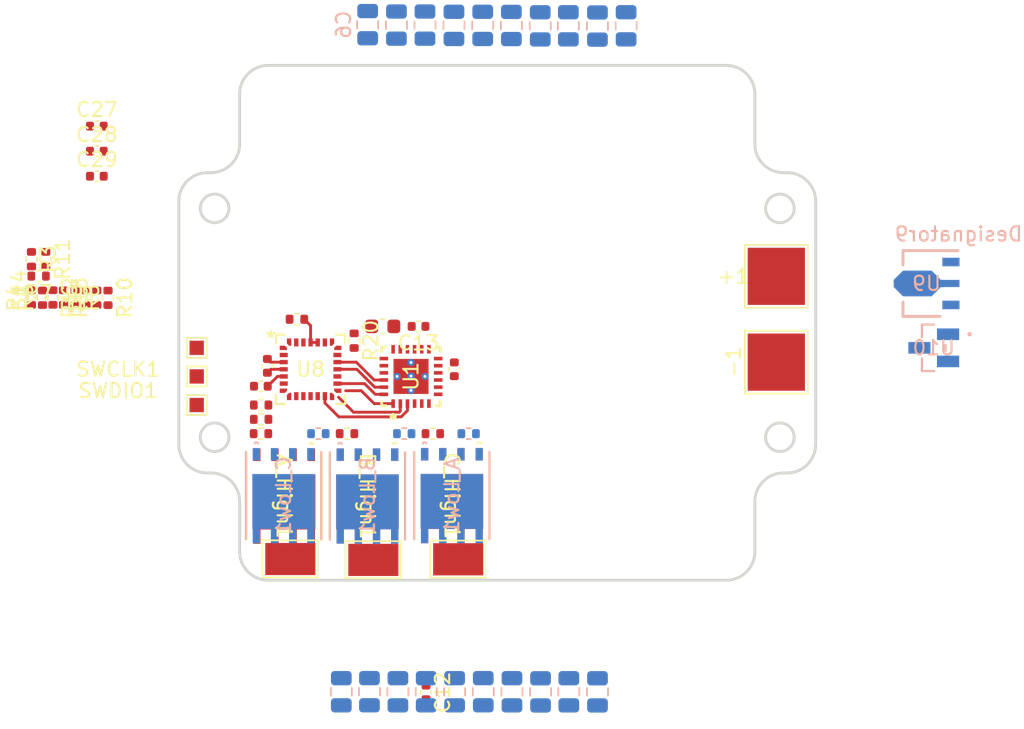
<source format=kicad_pcb>
(kicad_pcb (version 20240108) (generator "pcbnew") (generator_version "8.0")
  (layers (0 "F.Cu" signal) (31 "B.Cu" signal) (34 "B.Paste" user) (35 "F.Paste" user) (36 "B.SilkS" user "B.Silkscreen") (37 "F.SilkS" user "F.Silkscreen") (38 "B.Mask" user) (39 "F.Mask" user) (44 "Edge.Cuts" user))
  (net 0 "")
  (net 1 "-BATT")
  (net 2 "+3.3V")
  (net 3 "+10V")
  (net 4 "/Sub_ESC/Driver Output/Half Bridge - 6S 50A - 3/BST_X")
  (net 5 "Net-(C14-Pad2)")
  (net 6 "/Sub_ESC/Driver Output/Half Bridge - 6S 50A - 1/BST_X")
  (net 7 "/Sub_ESC/Driver Output/Half Bridge - 6S 50A - 2/BST_X")
  (net 8 "/Sub_ESC/Driver Output/PWM_H_C")
  (net 9 "/Sub_ESC/MCU/SWD_CLK")
  (net 10 "/Sub_ESC/Driver Output/PWM_L_B")
  (net 11 "/Sub_ESC/Driver Output/PWM_H_B")
  (net 12 "/Sub_ESC/Driver Output/PWM__H_A")
  (net 13 "/Sub_ESC/Driver Output/PWM_L_C")
  (net 14 "/Sub_ESC/Driver Output/PWM__L_A")
  (net 15 "Net-(U8-PB4)")
  (net 16 "/Batt_Sense")
  (net 17 "/Sub_ESC/Driver Output/Half Bridge - 6S 50A - 3/GATE_LOW_X")
  (net 18 "/Sub_ESC/Driver Output/Half Bridge - 6S 50A - 3/GATE_HIGH_X")
  (net 19 "/Sub_ESC/Driver Output/Half Bridge - 6S 50A - 1/GATE_LOW_X")
  (net 20 "/Sub_ESC/Driver Output/Half Bridge - 6S 50A - 1/GATE_HIGH_X")
  (net 21 "/Sub_ESC/Driver Output/Half Bridge - 6S 50A - 2/GATE_LOW_X")
  (net 22 "/Sub_ESC/Driver Output/Half Bridge - 6S 50A - 2/GATE_HIGH_X")
  (net 25 "Net-(U1-GVDD)")
  (net 26 "/Sub_ESC/Driver Output/B")
  (net 27 "/Sub_ESC/Driver Output/A")
  (net 29 "Net-(U1-DT)")
  (net 30 "/Sub_ESC/Driver Output/C")
  (net 34 "Net-(U8-PF2-NRST)")
  (net 40 "/Sub_ESC/MCU/SWD_IO")
  (net 42 "/Sub_ESC/Driver Output/ZC_B")
  (net 43 "/Sub_ESC/Driver Output/ZC_C")
  (net 44 "/Sub_ESC/Driver Output/ZC_A")
  (net 45 "/Sub_ESC/VGND")
  (net 47 "Net-(C1-Pad1)")
  (net 48 "Net-(C1-Pad2)")
  (net 49 "Net-(R1-Pad1)")
  (net 50 "Net-(R2-Pad2)")
  (net 51 "Net-(U1-GND)")
  (net 52 "Net-(R10-Pad1)")
  (net 53 "/Sub_ESC/DShot")
  (net 54 "Net-(C11-Pad2)")
  (net 55 "Net-(C17-Pad2)")
  (net 56 "Net-(C17-Pad1)")
  (net 57 "Net-(C27-Pad1)")
  (net 58 "Net-(C28-Pad2)")
  (net 59 "Net-(C29-Pad2)")
  (net 60 "+BATT")
  (net 61 "Net-(A1-Pad1)")
  (net 62 "Net-(A_High1-GATE)")
  (net 63 "Net-(A_High1-DRAIN-Pad5)")
  (net 64 "Net-(A_Low1-SOURCE-Pad1)")
  (net 65 "Net-(A_Low1-GATE)")
  (net 66 "Net-(B1-Pad1)")
  (net 67 "Net-(B_High1-GATE)")
  (net 68 "Net-(B_High1-DRAIN-Pad5)")
  (net 69 "Net-(B_Low1-SOURCE-Pad1)")
  (net 70 "Net-(B_Low1-GATE)")
  (net 71 "Net-(C_High1-DRAIN-Pad5)")
  (net 72 "Net-(C_High1-GATE)")
  (net 73 "Net-(C_Low1-SOURCE-Pad1)")
  (net 74 "Net-(C_Low1-GATE)")
  (footprint "STM32:UFQFPN-28" (layer "F.Cu") (at 120.45565 103)
    (property "Reference" "U8")
    (property "Value" "STM32G071GBU3TR" (hide yes))
  )
  (footprint "test_alt:TestPoint_Pad_3.5x2.0mm" (layer "F.Cu") (at 125.090926 116.205025)
    (property "Reference" "B1" (hide yes))
    (property "Value" "TestPoint" (hide yes))
  )
  (footprint "Capacitor_SMD:C_0402_1005Metric" (layer "F.Cu") (at 116.980361 104.18222 180)
    (property "Reference" "C16" (hide yes))
    (property "Value" ".1uF" (hide yes))
  )
  (footprint "Capacitor_SMD:C_0402_1005Metric" (layer "F.Cu") (at 105.52 89.5)
    (property "Reference" "C29")
    (property "Value" "2.2 uF")
  )
  (footprint "Capacitor_SMD:C_0402_1005Metric" (layer "F.Cu") (at 128.524163 125.593797 -90)
    (property "Reference" "C12")
    (property "Value" "0.1 uF")
  )
  (footprint "Resistor_SMD:R_0402_1005Metric" (layer "F.Cu") (at 102.452751 97.982066 -90)
    (property "Reference" "R6")
    (property "Value" "1M")
  )
  (footprint "Resistor_SMD:R_0402_1005Metric" (layer "F.Cu") (at 129 107.5 180)
    (property "Reference" "R_Gate_C_High1" (hide yes))
    (property "Value" "10 Ohm" (hide yes))
  )
  (footprint "Resistor_SMD:R_0402_1005Metric" (layer "F.Cu") (at 116.99 107.5 180)
    (property "Reference" "R_Gate_A_High1" (hide yes))
    (property "Value" "10 Ohm" (hide yes))
  )
  (footprint "Resistor_SMD:R_0402_1005Metric" (layer "F.Cu") (at 101.452751 96.482066 180)
    (property "Reference" "R7")
    (property "Value" "10K")
  )
  (footprint "Resistor_SMD:R_0402_1005Metric" (layer "F.Cu") (at 100.952751 95.302066 -90)
    (property "Reference" "R3")
    (property "Value" "100K Ohm")
  )
  (footprint "Capacitor_SMD:C_0402_1005Metric" (layer "F.Cu") (at 130.5 103 -90)
    (property "Reference" "C14")
    (property "Value" "0.1 uF")
  )
  (footprint "Resistor_SMD:R_0402_1005Metric" (layer "F.Cu") (at 123 107.5 180)
    (property "Reference" "R_Gate_B_High1" (hide yes))
    (property "Value" "10 Ohm" (hide yes))
  )
  (footprint "Toshiba FET:SOP-ADVANCE_N_TOS" (layer "F.Cu") (at 118.60872 111.877092 -90)
    (property "Reference" "A_High1")
    (property "Value" "High")
  )
  (footprint "TestPoint:TestPoint_Pad_1.0x1.0mm" (layer "F.Cu") (at 112.5 101.5)
    (property "Reference" "TP3" (hide yes))
    (property "Value" "TestPoint")
  )
  (footprint "Capacitor_SMD:C_0603_1608Metric" (layer "F.Cu") (at 125.5 100 180)
    (property "Reference" "C11" (hide yes))
    (property "Value" "C_Small" (hide yes))
  )
  (footprint "test_alt:TestPoint_Pad_3.5x2.0mm" (layer "F.Cu") (at 131.0195 116.162599)
    (property "Reference" "A1" (hide yes))
    (property "Value" "TestPoint" (hide yes))
  )
  (footprint "Toshiba FET:SOP-ADVANCE_N_TOS" (layer "F.Cu") (at 124.429912 111.864779 -90)
    (property "Reference" "B_High1")
    (property "Value" "High")
  )
  (footprint "Capacitor_SMD:C_0402_1005Metric" (layer "F.Cu") (at 117.439948 102.758584 -90)
    (property "Reference" "C15" (hide yes))
    (property "Value" "10uF" (hide yes))
  )
  (footprint "Resistor_SMD:R_0402_1005Metric" (layer "F.Cu") (at 100.952751 97.982066 90)
    (property "Reference" "R4")
    (property "Value" "10K")
  )
  (footprint "TestPoint:TestPoint_Pad_1.0x1.0mm" (layer "F.Cu") (at 112.5 103.5)
    (property "Reference" "SWCLK1")
    (property "Value" "TestPoint" (hide yes))
  )
  (footprint "Resistor_SMD:R_0402_1005Metric" (layer "F.Cu") (at 101.722809 98.000001 90)
    (property "Reference" "R5")
    (property "Value" "10K")
  )
  (footprint "Toshiba FET:SOP-ADVANCE_N_TOS" (layer "F.Cu") (at 130.332839 111.836328 -90)
    (property "Reference" "C_High1")
    (property "Value" "High")
  )
  (footprint "TI Driver:RGE0024B-MFG" (layer "F.Cu") (at 127.474999 103.5 90)
    (property "Reference" "U1")
    (property "Value" "DRV8300DRGER" (hide yes))
  )
  (footprint "TestPoint:TestPoint_Pad_1.0x1.0mm" (layer "F.Cu") (at 112.5 105.5)
    (property "Reference" "SWDIO1")
    (property "Value" "TestPoint" (hide yes))
  )
  (footprint "Resistor_SMD:R_0402_1005Metric" (layer "F.Cu") (at 104 98 -90)
    (property "Reference" "R8")
    (property "Value" "1K")
  )
  (footprint "Resistor_SMD:R_0402_1005Metric" (layer "F.Cu") (at 117 105.5)
    (property "Reference" "R1" (hide yes))
    (property "Value" "100K" (hide yes))
  )
  (footprint "Resistor_SMD:R_0402_1005Metric" (layer "F.Cu") (at 101.952751 95.302066 -90)
    (property "Reference" "R11")
    (property "Value" "10K")
  )
  (footprint "Capacitor_SMD:C_0402_1005Metric" (layer "F.Cu") (at 128 100 180)
    (property "Reference" "C13")
    (property "Value" "0.1 uF" (hide yes))
  )
  (footprint "Resistor_SMD:R_0402_1005Metric" (layer "F.Cu") (at 119.5 99.5 180)
    (property "Reference" "R21" (hide yes))
    (property "Value" "1K" (hide yes))
  )
  (footprint "TestPoint:TestPoint_Pad_4.0x4.0mm" (layer "F.Cu") (at 153 102.5)
    (property "Reference" "-1")
    (property "Value" "Power Input" (hide yes))
  )
  (footprint "Capacitor_SMD:C_0402_1005Metric" (layer "F.Cu") (at 105.52 87.75)
    (property "Reference" "C28")
    (property "Value" "100 nF")
  )
  (footprint "Resistor_SMD:R_0402_1005Metric" (layer "F.Cu") (at 104.78317 98.009124 90)
    (property "Reference" "R12")
    (property "Value" "10K")
  )
  (footprint "TestPoint:TestPoint_Pad_4.0x4.0mm" (layer "F.Cu") (at 153 96.5)
    (property "Reference" "+1")
    (property "Value" "Power Input" (hide yes))
  )
  (footprint "Capacitor_SMD:C_0402_1005Metric" (layer "F.Cu") (at 105.52 86)
    (property "Reference" "C27")
    (property "Value" "100 nF")
  )
  (footprint "Resistor_SMD:R_0402_1005Metric" (layer "F.Cu") (at 117 106.5 180)
    (property "Reference" "R2" (hide yes))
    (property "Value" "10k" (hide yes))
  )
  (footprint "Resistor_SMD:R_0402_1005Metric" (layer "F.Cu") (at 106.301682 98.005979 -90)
    (property "Reference" "R10")
    (property "Value" "1K")
  )
  (footprint "Resistor_SMD:R_0402_1005Metric" (layer "F.Cu") (at 105.518512 97.996855 90)
    (property "Reference" "R13")
    (property "Value" "10K")
  )
  (footprint "test_alt:TestPoint_Pad_3.5x2.0mm" (layer "F.Cu") (at 119.291108 116.144163)
    (property "Reference" "C30" (hide yes))
    (property "Value" "TestPoint" (hide yes))
  )
  (footprint "Resistor_SMD:R_0402_1005Metric" (layer "F.Cu") (at 123.5 101 -90)
    (property "Reference" "R20")
    (property "Value" "10K" (hide yes))
  )
  (footprint "Resistor_SMD:R_0402_1005Metric" (layer "F.Cu") (at 103.187516 97.988044 -90)
    (property "Reference" "R9")
    (property "Value" "1K")
  )
  (footprint "Resistor_SMD:R_0402_1005Metric" (layer "B.Cu") (at 131.5 107.5)
    (property "Reference" "R_Gate_A_Low1" (hide yes))
    (property "Value" "10 Ohm" (hide yes))
  )
  (footprint "Capacitor_SMD:C_0805_2012Metric" (layer "B.Cu") (at 138.5 125.55 90)
    (property "Reference" "C23" (hide yes))
    (property "Value" "10uF" (hide yes))
  )
  (footprint "TI 10V Regulator:PK0003A_L" (layer "B.Cu") (at 163.5 97 180)
    (property "Reference" "U9")
    (property "Value" "UA78L10ACPK")
  )
  (footprint "Capacitor_SMD:C_0805_2012Metric" (layer "B.Cu") (at 128.536117 125.54781 90)
    (property "Reference" "C18" (hide yes))
    (property "Value" "10uF" (hide yes))
  )
  (footprint "Capacitor_SMD:C_0805_2012Metric" (layer "B.Cu") (at 128.449222 78.933368 -90)
    (property "Reference" "C8" (hide yes))
    (property "Value" "10uF" (hide yes))
  )
  (footprint "Capacitor_SMD:C_0805_2012Metric" (layer "B.Cu") (at 134.487229 78.959646 -90)
    (property "Reference" "C1" (hide yes))
    (property "Value" "10uF" (hide yes))
  )
  (footprint "Capacitor_SMD:C_0805_2012Metric" (layer "B.Cu") (at 138.46884 78.9815 -90)
    (property "Reference" "C3" (hide yes))
    (property "Value" "10uF" (hide yes))
  )
  (footprint "Capacitor_SMD:C_0805_2012Metric" (layer "B.Cu") (at 126.455437 78.933368 -90)
    (property "Reference" "C7" (hide yes))
    (property "Value" "10uF" (hide yes))
  )
  (footprint "Capacitor_SMD:C_0805_2012Metric" (layer "B.Cu") (at 140.5 79 -90)
    (property "Reference" "C4" (hide yes))
    (property "Value" "10uF" (hide yes))
  )
  (footprint "Capacitor_SMD:C_0805_2012Metric" (layer "B.Cu") (at 122.603704 125.54781 90)
    (property "Reference" "C21" (hide yes))
    (property "Value" "10uF" (hide yes))
  )
  (footprint "Capacitor_SMD:C_0805_2012Metric" (layer "B.Cu") (at 142.504257 78.9815 -90)
    (property "Reference" "C5" (hide yes))
    (property "Value" "10uF" (hide yes))
  )
  (footprint "Capacitor_SMD:C_0805_2012Metric" (layer "B.Cu") (at 124.445437 78.903263 -90)
    (property "Reference" "C6")
    (property "Value" "10uF" (hide yes))
  )
  (footprint "Capacitor_SMD:C_0805_2012Metric" (layer "B.Cu") (at 126.558646 125.54781 90)
    (property "Reference" "C19" (hide yes))
    (property "Value" "10uF" (hide yes))
  )
  (footprint "Capacitor_SMD:C_0805_2012Metric" (layer "B.Cu") (at 134.528394 125.548515 90)
    (property "Reference" "C25" (hide yes))
    (property "Value" "10uF" (hide yes))
  )
  (footprint "Toshiba FET:SOP-ADVANCE_N_TOS" (layer "B.Cu") (at 130.327204 111.83452 -90)
    (property "Reference" "A_Low1")
    (property "Value" "Low")
  )
  (footprint "Diodes Inc 3.3V Regulator:SOT23_NONCALC_DIO" (layer "B.Cu") (at 164 101.5 180)
    (property "Reference" "U10")
    (property "Value" "AP7381-33SA-7" (hide yes))
  )
  (footprint "Capacitor_SMD:C_0805_2012Metric" (layer "B.Cu") (at 132.485437 78.953263 -90)
    (property "Reference" "C10" (hide yes))
    (property "Value" "10uF" (hide yes))
  )
  (footprint "Capacitor_SMD:C_0805_2012Metric" (layer "B.Cu") (at 136.525573 125.555084 90)
    (property "Reference" "C24" (hide yes))
    (property "Value" "10uF" (hide yes))
  )
  (footprint "Capacitor_SMD:C_0805_2012Metric" (layer "B.Cu") (at 140.504454 125.554379 90)
    (property "Reference" "C22" (hide yes))
    (property "Value" "10uF" (hide yes))
  )
  (footprint "Toshiba FET:SOP-ADVANCE_N_TOS" (layer "B.Cu") (at 124.429912 111.864779 -90)
    (property "Reference" "B_Low1")
    (property "Value" "Low")
  )
  (footprint "Resistor_SMD:R_0402_1005Metric" (layer "B.Cu") (at 127 107.5 180)
    (property "Reference" "R_Gate_B_Low1" (hide yes))
    (property "Value" "10 Ohm" (hide yes))
  )
  (footprint "Toshiba FET:SOP-ADVANCE_N_TOS" (layer "B.Cu") (at 118.568933 111.83582 -90)
    (property "Reference" "C_Low1")
    (property "Value" "Low")
  )
  (footprint "Capacitor_SMD:C_0805_2012Metric" (layer "B.Cu") (at 132.524163 125.543797 90)
    (property "Reference" "C26" (hide yes))
    (property "Value" "10uF" (hide yes))
  )
  (footprint "Capacitor_SMD:C_0805_2012Metric" (layer "B.Cu") (at 124.570078 125.543151 90)
    (property "Reference" "C20" (hide yes))
    (property "Value" "10uF" (hide yes))
  )
  (footprint "Resistor_SMD:R_0402_1005Metric" (layer "B.Cu") (at 121 107.5 180)
    (property "Reference" "R_Gate_C_Low1" (hide yes))
    (property "Value" "10 Ohm" (hide yes))
  )
  (footprint "Capacitor_SMD:C_0805_2012Metric" (layer "B.Cu") (at 130.475437 78.953263 -90)
    (property "Reference" "C9" (hide yes))
    (property "Value" "10uF" (hide yes))
  )
  (footprint "Capacitor_SMD:C_0805_2012Metric" (layer "B.Cu") (at 130.520414 125.54781 90)
    (property "Reference" "C17" (hide yes))
    (property "Value" "10uF" (hide yes))
  )
  (footprint "Capacitor_SMD:C_0805_2012Metric" (layer "B.Cu") (at 136.504937 78.986549 -90)
    (property "Reference" "C2" (hide yes))
    (property "Value" "10uF" (hide yes))
  )
  (gr_line (start 113.25 110.25) (end 113.5 110.25) (stroke (width 0.2)) (layer "Edge.Cuts"))
  (gr_line (start 151.5 115.75) (end 151.5 112.25) (stroke (width 0.2)) (layer "Edge.Cuts"))
  (gr_line (start 111.25 91.25) (end 111.25 108.25) (stroke (width 0.2)) (layer "Edge.Cuts"))
  (gr_line (start 149.5 81.75) (end 117.5 81.75) (stroke (width 0.2)) (layer "Edge.Cuts"))
  (gr_arc (start 115.5 87.25) (mid 114.914214 88.664214) (end 113.5 89.25) (stroke (width 0.2)) (layer "Edge.Cuts"))
  (gr_line (start 115.5 112.25) (end 115.5 115.75) (stroke (width 0.2)) (layer "Edge.Cuts"))
  (gr_line (start 153.75 89.25) (end 153.5 89.25) (stroke (width 0.2)) (layer "Edge.Cuts"))
  (gr_arc (start 155.75 108.25) (mid 155.164214 109.664214) (end 153.75 110.25) (stroke (width 0.2)) (layer "Edge.Cuts"))
  (gr_arc (start 149.5 81.75) (mid 150.914214 82.335786) (end 151.5 83.75) (stroke (width 0.2)) (layer "Edge.Cuts"))
  (gr_line (start 151.5 87.25) (end 151.5 83.75) (stroke (width 0.2)) (layer "Edge.Cuts"))
  (gr_line (start 113.5 89.25) (end 113.25 89.25) (stroke (width 0.2)) (layer "Edge.Cuts"))
  (gr_circle (center 113.75 91.75) (end 114.75 91.75) (stroke (width 0.2)) (fill none) (layer "Edge.Cuts"))
  (gr_arc (start 115.5 83.75) (mid 116.085786 82.335786) (end 117.5 81.75) (stroke (width 0.2)) (layer "Edge.Cuts"))
  (gr_line (start 153.5 110.25) (end 153.75 110.25) (stroke (width 0.2)) (layer "Edge.Cuts"))
  (gr_arc (start 153.75 89.25) (mid 155.164214 89.835786) (end 155.75 91.25) (stroke (width 0.2)) (layer "Edge.Cuts"))
  (gr_line (start 115.5 83.75) (end 115.5 87.25) (stroke (width 0.2)) (layer "Edge.Cuts"))
  (gr_arc (start 153.5 89.25) (mid 152.085786 88.664214) (end 151.5 87.25) (stroke (width 0.2)) (layer "Edge.Cuts"))
  (gr_arc (start 113.25 110.25) (mid 111.835786 109.664214) (end 111.25 108.25) (stroke (width 0.2)) (layer "Edge.Cuts"))
  (gr_arc (start 111.25 91.25) (mid 111.835786 89.835786) (end 113.25 89.25) (stroke (width 0.2)) (layer "Edge.Cuts"))
  (gr_line (start 117.5 117.75) (end 149.5 117.75) (stroke (width 0.2)) (layer "Edge.Cuts"))
  (gr_arc (start 117.5 117.75) (mid 116.085786 117.164214) (end 115.5 115.75) (stroke (width 0.2)) (layer "Edge.Cuts"))
  (gr_circle (center 153.25 91.75) (end 154.25 91.75) (stroke (width 0.2)) (fill none) (layer "Edge.Cuts"))
  (gr_arc (start 151.5 115.75) (mid 150.914214 117.164214) (end 149.5 117.75) (stroke (width 0.2)) (layer "Edge.Cuts"))
  (gr_line (start 155.75 108.25) (end 155.75 91.25) (stroke (width 0.2)) (layer "Edge.Cuts"))
  (gr_circle (center 153.25 107.75) (end 154.25 107.75) (stroke (width 0.2)) (fill none) (layer "Edge.Cuts"))
  (gr_arc (start 151.5 112.25) (mid 152.085786 110.835786) (end 153.5 110.25) (stroke (width 0.2)) (layer "Edge.Cuts"))
  (gr_arc (start 113.5 110.25) (mid 114.914214 110.835786) (end 115.5 112.25) (stroke (width 0.2)) (layer "Edge.Cuts"))
  (gr_circle (center 113.75 107.75) (end 114.75 107.75) (stroke (width 0.2)) (fill none) (layer "Edge.Cuts"))
  (segment (start 118.58065 103) (end 117.678532 103) (width 0.2) (layer "F.Cu") (net 1))
  (segment (start 117.678532 103) (end 117.439948 103.238584) (width 0.2) (layer "F.Cu") (net 1))
  (segment (start 118.58065 102.500001) (end 117.661365 102.500001) (width 0.2) (layer "F.Cu") (net 2))
  (segment (start 117.661365 102.500001) (end 117.439948 102.278584) (width 0.2) (layer "F.Cu") (net 2))
  (segment (start 124.225104 104.000001) (end 124.975103 104.75) (width 0.2) (layer "F.Cu") (net 8))
  (segment (start 124.975103 104.75) (end 125.575 104.75) (width 0.2) (layer "F.Cu") (net 8))
  (segment (start 122.33065 104.000001) (end 124.225104 104.000001) (width 0.2) (layer "F.Cu") (net 8))
  (segment (start 126.649996 105.999998) (end 123.455648 105.999998) (width 0.2) (layer "F.Cu") (net 10))
  (segment (start 123.455648 105.999998) (end 122.40805 104.9524) (width 0.2) (layer "F.Cu") (net 10))
  (segment (start 126.724998 105.924996) (end 126.649996 105.999998) (width 0.2) (layer "F.Cu") (net 10))
  (segment (start 126.724998 105.399999) (end 126.724998 105.924996) (width 0.2) (layer "F.Cu") (net 10))
  (segment (start 122.33065 103) (end 123.687551 103) (width 0.2) (layer "F.Cu") (net 11))
  (segment (start 124.937552 104.250001) (end 125.575 104.250001) (width 0.2) (layer "F.Cu") (net 11))
  (segment (start 123.687551 103) (end 124.937552 104.250001) (width 0.2) (layer "F.Cu") (net 11))
  (segment (start 124.899999 103.75) (end 125.575 103.75) (width 0.2) (layer "F.Cu") (net 12))
  (segment (start 123.65 102.500001) (end 124.899999 103.75) (width 0.2) (layer "F.Cu") (net 12))
  (segment (start 122.33065 102.500001) (end 123.65 102.500001) (width 0.2) (layer "F.Cu") (net 12))
  (segment (start 122.428249 106.326998) (end 126.785444 106.326998) (width 0.2) (layer "F.Cu") (net 13))
  (segment (start 121.455651 104.875) (end 121.455651 105.3544) (width 0.2) (layer "F.Cu") (net 13))
  (segment (start 127.224999 105.887443) (end 127.224999 105.399999) (width 0.2) (layer "F.Cu") (net 13))
  (segment (start 121.455651 105.3544) (end 122.428249 106.326998) (width 0.2) (layer "F.Cu") (net 13))
  (segment (start 126.785444 106.326998) (end 127.224999 105.887443) (width 0.2) (layer "F.Cu") (net 13))
  (segment (start 122.90965 104.5) (end 124 104.5) (width 0.2) (layer "F.Cu") (net 14))
  (segment (start 124 104.5) (end 124.899999 105.399999) (width 0.2) (layer "F.Cu") (net 14))
  (segment (start 124.899999 105.399999) (end 126.224999 105.399999) (width 0.2) (layer "F.Cu") (net 14))
  (segment (start 120.45565 101.125) (end 120.955649 101.125) (width 0.2) (layer "F.Cu") (net 15))
  (segment (start 120.45565 99.94565) (end 120.01 99.5) (width 0.2) (layer "F.Cu") (net 15))
  (segment (start 120.45565 101.125) (end 120.45565 99.94565) (width 0.2) (layer "F.Cu") (net 15))
  (segment (start 117.51 105.5) (end 117.5 105.5) (width 0.2) (layer "F.Cu") (net 16))
  (segment (start 118.58065 103.499999) (end 118.142582 103.499999) (width 0.2) (layer "F.Cu") (net 34))
  (segment (start 118.142582 103.499999) (end 117.460361 104.18222) (width 0.2) (layer "F.Cu") (net 34))
)
</source>
